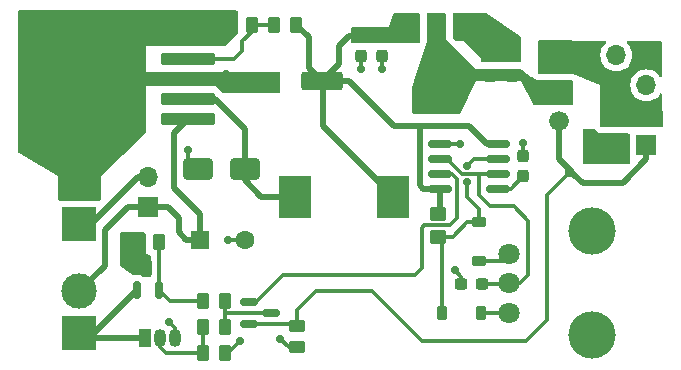
<source format=gbr>
%TF.GenerationSoftware,KiCad,Pcbnew,7.0.8*%
%TF.CreationDate,2024-04-14T20:32:09+02:00*%
%TF.ProjectId,LED_Driver,4c45445f-4472-4697-9665-722e6b696361,rev?*%
%TF.SameCoordinates,Original*%
%TF.FileFunction,Copper,L1,Top*%
%TF.FilePolarity,Positive*%
%FSLAX46Y46*%
G04 Gerber Fmt 4.6, Leading zero omitted, Abs format (unit mm)*
G04 Created by KiCad (PCBNEW 7.0.8) date 2024-04-14 20:32:09*
%MOMM*%
%LPD*%
G01*
G04 APERTURE LIST*
G04 Aperture macros list*
%AMRoundRect*
0 Rectangle with rounded corners*
0 $1 Rounding radius*
0 $2 $3 $4 $5 $6 $7 $8 $9 X,Y pos of 4 corners*
0 Add a 4 corners polygon primitive as box body*
4,1,4,$2,$3,$4,$5,$6,$7,$8,$9,$2,$3,0*
0 Add four circle primitives for the rounded corners*
1,1,$1+$1,$2,$3*
1,1,$1+$1,$4,$5*
1,1,$1+$1,$6,$7*
1,1,$1+$1,$8,$9*
0 Add four rect primitives between the rounded corners*
20,1,$1+$1,$2,$3,$4,$5,0*
20,1,$1+$1,$4,$5,$6,$7,0*
20,1,$1+$1,$6,$7,$8,$9,0*
20,1,$1+$1,$8,$9,$2,$3,0*%
G04 Aperture macros list end*
%TA.AperFunction,SMDPad,CuDef*%
%ADD10R,2.700000X3.600000*%
%TD*%
%TA.AperFunction,ComponentPad*%
%ADD11C,1.676400*%
%TD*%
%TA.AperFunction,SMDPad,CuDef*%
%ADD12RoundRect,0.250000X0.262500X0.450000X-0.262500X0.450000X-0.262500X-0.450000X0.262500X-0.450000X0*%
%TD*%
%TA.AperFunction,ComponentPad*%
%ADD13R,1.050000X1.500000*%
%TD*%
%TA.AperFunction,ComponentPad*%
%ADD14O,1.050000X1.500000*%
%TD*%
%TA.AperFunction,SMDPad,CuDef*%
%ADD15RoundRect,0.150000X0.150000X-0.587500X0.150000X0.587500X-0.150000X0.587500X-0.150000X-0.587500X0*%
%TD*%
%TA.AperFunction,SMDPad,CuDef*%
%ADD16RoundRect,0.250000X-0.450000X0.262500X-0.450000X-0.262500X0.450000X-0.262500X0.450000X0.262500X0*%
%TD*%
%TA.AperFunction,SMDPad,CuDef*%
%ADD17RoundRect,0.250000X1.500000X0.550000X-1.500000X0.550000X-1.500000X-0.550000X1.500000X-0.550000X0*%
%TD*%
%TA.AperFunction,ComponentPad*%
%ADD18R,1.600000X1.600000*%
%TD*%
%TA.AperFunction,ComponentPad*%
%ADD19C,1.600000*%
%TD*%
%TA.AperFunction,SMDPad,CuDef*%
%ADD20RoundRect,0.237500X0.237500X-0.300000X0.237500X0.300000X-0.237500X0.300000X-0.237500X-0.300000X0*%
%TD*%
%TA.AperFunction,SMDPad,CuDef*%
%ADD21RoundRect,0.237500X-0.237500X0.300000X-0.237500X-0.300000X0.237500X-0.300000X0.237500X0.300000X0*%
%TD*%
%TA.AperFunction,SMDPad,CuDef*%
%ADD22RoundRect,0.250000X-0.262500X-0.450000X0.262500X-0.450000X0.262500X0.450000X-0.262500X0.450000X0*%
%TD*%
%TA.AperFunction,ComponentPad*%
%ADD23R,1.700000X1.700000*%
%TD*%
%TA.AperFunction,ComponentPad*%
%ADD24O,1.700000X1.700000*%
%TD*%
%TA.AperFunction,ComponentPad*%
%ADD25R,3.000000X3.000000*%
%TD*%
%TA.AperFunction,ComponentPad*%
%ADD26C,3.000000*%
%TD*%
%TA.AperFunction,SMDPad,CuDef*%
%ADD27R,1.500000X2.000000*%
%TD*%
%TA.AperFunction,SMDPad,CuDef*%
%ADD28R,3.800000X2.000000*%
%TD*%
%TA.AperFunction,SMDPad,CuDef*%
%ADD29RoundRect,0.237500X0.300000X0.237500X-0.300000X0.237500X-0.300000X-0.237500X0.300000X-0.237500X0*%
%TD*%
%TA.AperFunction,SMDPad,CuDef*%
%ADD30RoundRect,0.250000X1.000000X0.650000X-1.000000X0.650000X-1.000000X-0.650000X1.000000X-0.650000X0*%
%TD*%
%TA.AperFunction,SMDPad,CuDef*%
%ADD31RoundRect,0.225000X-0.375000X0.225000X-0.375000X-0.225000X0.375000X-0.225000X0.375000X0.225000X0*%
%TD*%
%TA.AperFunction,SMDPad,CuDef*%
%ADD32RoundRect,0.150000X-0.825000X-0.150000X0.825000X-0.150000X0.825000X0.150000X-0.825000X0.150000X0*%
%TD*%
%TA.AperFunction,SMDPad,CuDef*%
%ADD33RoundRect,0.150000X-0.587500X-0.150000X0.587500X-0.150000X0.587500X0.150000X-0.587500X0.150000X0*%
%TD*%
%TA.AperFunction,SMDPad,CuDef*%
%ADD34RoundRect,0.225000X0.225000X0.375000X-0.225000X0.375000X-0.225000X-0.375000X0.225000X-0.375000X0*%
%TD*%
%TA.AperFunction,SMDPad,CuDef*%
%ADD35RoundRect,0.250000X2.050000X0.300000X-2.050000X0.300000X-2.050000X-0.300000X2.050000X-0.300000X0*%
%TD*%
%TA.AperFunction,SMDPad,CuDef*%
%ADD36RoundRect,0.250000X2.025000X2.375000X-2.025000X2.375000X-2.025000X-2.375000X2.025000X-2.375000X0*%
%TD*%
%TA.AperFunction,SMDPad,CuDef*%
%ADD37RoundRect,0.250002X4.449998X5.149998X-4.449998X5.149998X-4.449998X-5.149998X4.449998X-5.149998X0*%
%TD*%
%TA.AperFunction,SMDPad,CuDef*%
%ADD38RoundRect,0.250000X-0.450000X0.350000X-0.450000X-0.350000X0.450000X-0.350000X0.450000X0.350000X0*%
%TD*%
%TA.AperFunction,WasherPad*%
%ADD39C,4.000000*%
%TD*%
%TA.AperFunction,ComponentPad*%
%ADD40C,1.800000*%
%TD*%
%TA.AperFunction,ViaPad*%
%ADD41C,0.700000*%
%TD*%
%TA.AperFunction,Conductor*%
%ADD42C,0.500000*%
%TD*%
%TA.AperFunction,Conductor*%
%ADD43C,0.300000*%
%TD*%
G04 APERTURE END LIST*
D10*
%TO.P,L1,1*%
%TO.N,/OUT*%
X123450000Y-115800000D03*
%TO.P,L1,2*%
%TO.N,+5V*%
X131750000Y-115800000D03*
%TD*%
D11*
%TO.P,SW2,3,C*%
%TO.N,ESP-01_GPIO1*%
X145800000Y-109340000D03*
%TO.P,SW2,2,B*%
%TO.N,+3.3V*%
X145800000Y-106800000D03*
%TO.P,SW2,1,A*%
%TO.N,ESP-01_EN*%
X145800000Y-104260000D03*
%TD*%
D12*
%TO.P,R4,1*%
%TO.N,Net-(Q1-G)*%
X111912500Y-119600000D03*
%TO.P,R4,2*%
%TO.N,GND*%
X110087500Y-119600000D03*
%TD*%
D13*
%TO.P,Q2,1,C*%
%TO.N,LOAD_OUT*%
X110730000Y-127760000D03*
D14*
%TO.P,Q2,2,B*%
%TO.N,Net-(Q2-B)*%
X112000000Y-127760000D03*
%TO.P,Q2,3,E*%
%TO.N,GND*%
X113270000Y-127760000D03*
%TD*%
D12*
%TO.P,R6,1*%
%TO.N,Net-(Q3-S)*%
X117512500Y-126800000D03*
%TO.P,R6,2*%
%TO.N,Net-(Q2-B)*%
X115687500Y-126800000D03*
%TD*%
D15*
%TO.P,Q1,1,D*%
%TO.N,LOAD_OUT*%
X110050000Y-123675000D03*
%TO.P,Q1,2,G*%
%TO.N,Net-(Q1-G)*%
X111950000Y-123675000D03*
%TO.P,Q1,3,S*%
%TO.N,GND*%
X111000000Y-121800000D03*
%TD*%
D16*
%TO.P,R8,1*%
%TO.N,ESP-01_GPIO1*%
X123600000Y-126687500D03*
%TO.P,R8,2*%
%TO.N,GND*%
X123600000Y-128512500D03*
%TD*%
D17*
%TO.P,C2,1*%
%TO.N,+5V*%
X125700000Y-106000000D03*
%TO.P,C2,2*%
%TO.N,GND*%
X120300000Y-106000000D03*
%TD*%
D18*
%TO.P,C1,1*%
%TO.N,VDC*%
X115397349Y-119400000D03*
D19*
%TO.P,C1,2*%
%TO.N,GND*%
X119197349Y-119400000D03*
%TD*%
D20*
%TO.P,C4,1*%
%TO.N,Net-(U2-CV)*%
X142800000Y-114062500D03*
%TO.P,C4,2*%
%TO.N,GND*%
X142800000Y-112337500D03*
%TD*%
D12*
%TO.P,R5,1*%
%TO.N,+5V*%
X123512500Y-101200000D03*
%TO.P,R5,2*%
%TO.N,/FB*%
X121687500Y-101200000D03*
%TD*%
D21*
%TO.P,C7,1*%
%TO.N,+5V*%
X130800000Y-102137500D03*
%TO.P,C7,2*%
%TO.N,GND*%
X130800000Y-103862500D03*
%TD*%
D22*
%TO.P,R1,1*%
%TO.N,GND*%
X117975000Y-101200000D03*
%TO.P,R1,2*%
%TO.N,/FB*%
X119800000Y-101200000D03*
%TD*%
D23*
%TO.P,SW1,1,A*%
%TO.N,VDC*%
X111000000Y-116675000D03*
D24*
%TO.P,SW1,2,B*%
%TO.N,Net-(J1-Pin_1)*%
X111000000Y-114135000D03*
%TD*%
D25*
%TO.P,J1,1,Pin_1*%
%TO.N,Net-(J1-Pin_1)*%
X105200000Y-118100000D03*
D26*
%TO.P,J1,2,Pin_2*%
%TO.N,GND*%
X105200000Y-114600000D03*
%TD*%
D27*
%TO.P,U3,3,VI*%
%TO.N,+5V*%
X133100000Y-101450000D03*
D28*
%TO.P,U3,2,VO*%
%TO.N,+3.3V*%
X135400000Y-107750000D03*
D27*
X135400000Y-101450000D03*
%TO.P,U3,1,GND*%
%TO.N,GND*%
X137700000Y-101450000D03*
%TD*%
D29*
%TO.P,C5,1*%
%TO.N,Net-(U2-THR)*%
X139262500Y-123200000D03*
%TO.P,C5,2*%
%TO.N,GND*%
X137537500Y-123200000D03*
%TD*%
D30*
%TO.P,D1,1,K*%
%TO.N,/OUT*%
X119200000Y-113400000D03*
%TO.P,D1,2,A*%
%TO.N,GND*%
X115200000Y-113400000D03*
%TD*%
D31*
%TO.P,D3,1,K*%
%TO.N,Net-(D2-A)*%
X139000000Y-117950000D03*
%TO.P,D3,2,A*%
%TO.N,Net-(D3-A)*%
X139000000Y-121250000D03*
%TD*%
D23*
%TO.P,U4,1,UTXD*%
%TO.N,ESP-01_GPIO1*%
X153200000Y-111420000D03*
D24*
%TO.P,U4,2,GND*%
%TO.N,GND*%
X150660000Y-111420000D03*
%TO.P,U4,3,CH_PD*%
%TO.N,ESP-01_EN*%
X153200000Y-108880000D03*
%TO.P,U4,4,GPIO2*%
X150660000Y-108880000D03*
%TO.P,U4,5,RST*%
%TO.N,unconnected-(U4-RST-Pad5)*%
X153200000Y-106340000D03*
%TO.P,U4,6,GPIO0*%
%TO.N,ESP-01_EN*%
X150660000Y-106340000D03*
%TO.P,U4,7,VCC*%
X153200000Y-103800000D03*
%TO.P,U4,8,URXD*%
%TO.N,unconnected-(U4-URXD-Pad8)*%
X150660000Y-103800000D03*
%TD*%
D32*
%TO.P,U2,1,GND*%
%TO.N,GND*%
X135725000Y-111295000D03*
%TO.P,U2,2,TR*%
%TO.N,Net-(U2-THR)*%
X135725000Y-112565000D03*
%TO.P,U2,3,Q*%
%TO.N,PWM*%
X135725000Y-113835000D03*
%TO.P,U2,4,R*%
%TO.N,+5V*%
X135725000Y-115105000D03*
%TO.P,U2,5,CV*%
%TO.N,Net-(U2-CV)*%
X140675000Y-115105000D03*
%TO.P,U2,6,THR*%
%TO.N,Net-(U2-THR)*%
X140675000Y-113835000D03*
%TO.P,U2,7,DIS*%
%TO.N,Net-(D2-A)*%
X140675000Y-112565000D03*
%TO.P,U2,8,VCC*%
%TO.N,+5V*%
X140675000Y-111295000D03*
%TD*%
D20*
%TO.P,C8,1*%
%TO.N,+3.3V*%
X140000000Y-105525000D03*
%TO.P,C8,2*%
%TO.N,GND*%
X140000000Y-103800000D03*
%TD*%
D21*
%TO.P,C6,2*%
%TO.N,GND*%
X129000000Y-103862500D03*
%TO.P,C6,1*%
%TO.N,+5V*%
X129000000Y-102137500D03*
%TD*%
D33*
%TO.P,Q3,1,D*%
%TO.N,PWM*%
X119525000Y-124650000D03*
%TO.P,Q3,2,G*%
%TO.N,ESP-01_GPIO1*%
X119525000Y-126550000D03*
%TO.P,Q3,3,S*%
%TO.N,Net-(Q3-S)*%
X121400000Y-125600000D03*
%TD*%
D20*
%TO.P,C9,1*%
%TO.N,+3.3V*%
X141800000Y-105525000D03*
%TO.P,C9,2*%
%TO.N,GND*%
X141800000Y-103800000D03*
%TD*%
D22*
%TO.P,R7,1*%
%TO.N,Net-(Q2-B)*%
X115687500Y-129000000D03*
%TO.P,R7,2*%
%TO.N,GND*%
X117512500Y-129000000D03*
%TD*%
D34*
%TO.P,D2,1,K*%
%TO.N,Net-(D2-K)*%
X139200000Y-125600000D03*
%TO.P,D2,2,A*%
%TO.N,Net-(D2-A)*%
X135900000Y-125600000D03*
%TD*%
D26*
%TO.P,J2,2,Pin_2*%
%TO.N,VDC*%
X105200000Y-123800000D03*
D25*
%TO.P,J2,1,Pin_1*%
%TO.N,LOAD_OUT*%
X105200000Y-127300000D03*
%TD*%
D35*
%TO.P,U1,1,VIN*%
%TO.N,VDC*%
X114400000Y-109200000D03*
%TO.P,U1,2,OUT*%
%TO.N,/OUT*%
X114400000Y-107500000D03*
%TO.P,U1,3,GND*%
%TO.N,GND*%
X114400000Y-105800000D03*
D36*
X107675000Y-108575000D03*
X107675000Y-103025000D03*
D37*
X105250000Y-105800000D03*
D36*
X102825000Y-108575000D03*
X102825000Y-103025000D03*
D35*
%TO.P,U1,4,FB*%
%TO.N,/FB*%
X114400000Y-104100000D03*
%TO.P,U1,5,~{ON}/OFF*%
%TO.N,GND*%
X114400000Y-102400000D03*
%TD*%
D38*
%TO.P,R2,1*%
%TO.N,+5V*%
X135600000Y-117200000D03*
%TO.P,R2,2*%
%TO.N,Net-(D2-A)*%
X135600000Y-119200000D03*
%TD*%
D39*
%TO.P,RV1,*%
%TO.N,*%
X148600000Y-118700000D03*
X148600000Y-127500000D03*
D40*
%TO.P,RV1,1,1*%
%TO.N,Net-(D2-K)*%
X141600000Y-125600000D03*
%TO.P,RV1,2,2*%
%TO.N,Net-(U2-THR)*%
X141600000Y-123100000D03*
%TO.P,RV1,3,3*%
%TO.N,Net-(D3-A)*%
X141600000Y-120600000D03*
%TD*%
D12*
%TO.P,R3,1*%
%TO.N,Net-(Q3-S)*%
X117512500Y-124600000D03*
%TO.P,R3,2*%
%TO.N,Net-(Q1-G)*%
X115687500Y-124600000D03*
%TD*%
D41*
%TO.N,GND*%
X117600000Y-106600000D03*
X112200000Y-101000000D03*
X109200000Y-100800000D03*
X107200000Y-100800000D03*
X105200000Y-100800000D03*
X103200000Y-100800000D03*
X101200000Y-100800000D03*
X101200000Y-102800000D03*
X103200000Y-102800000D03*
X105200000Y-102800000D03*
X107200000Y-102800000D03*
X109200000Y-102800000D03*
X109200000Y-105200000D03*
X107200000Y-105200000D03*
X105200000Y-105200000D03*
X103200000Y-105200000D03*
X101200000Y-105200000D03*
X101200000Y-107600000D03*
X103200000Y-107600000D03*
X105200000Y-107600000D03*
X107200000Y-107600000D03*
X109200000Y-107600000D03*
X109200000Y-110000000D03*
X107200000Y-110000000D03*
X105200000Y-110000000D03*
X103200000Y-110000000D03*
X101200000Y-110000000D03*
X108600000Y-111800000D03*
X107600000Y-111800000D03*
X106600000Y-111800000D03*
X105600000Y-111800000D03*
X104600000Y-111800000D03*
X103600000Y-111800000D03*
X102600000Y-111800000D03*
X101600000Y-111800000D03*
X100600000Y-111800000D03*
X109000000Y-121400000D03*
X110000000Y-122000000D03*
X110000000Y-121000000D03*
X139200000Y-100600000D03*
X139200000Y-101600000D03*
X139200000Y-102600000D03*
X140200000Y-102600000D03*
X141200000Y-102600000D03*
X142200000Y-102600000D03*
X148400000Y-110400000D03*
X148400000Y-111400000D03*
X148400000Y-112400000D03*
%TO.N,Net-(D2-A)*%
X137996773Y-114534500D03*
X138000000Y-113135500D03*
%TO.N,GND*%
X137400000Y-111295000D03*
X137000000Y-122000000D03*
X117800000Y-119400000D03*
X109000000Y-119400000D03*
X109000000Y-120400000D03*
X112800000Y-126400000D03*
X118800000Y-128000000D03*
X122200000Y-127800000D03*
X114400000Y-111800000D03*
X117400000Y-102625000D03*
X117600000Y-105400000D03*
X129000000Y-105000000D03*
X130800000Y-105000000D03*
X142800000Y-111200000D03*
%TD*%
D42*
%TO.N,ESP-01_GPIO1*%
X147100000Y-113900000D02*
X146800000Y-113600000D01*
D43*
X146500000Y-113900000D02*
X147100000Y-113900000D01*
D42*
X147800000Y-114600000D02*
X147100000Y-113900000D01*
D43*
X146400000Y-114000000D02*
X146500000Y-113900000D01*
X146500000Y-113900000D02*
X146500000Y-113300000D01*
D42*
X146500000Y-113300000D02*
X145800000Y-112600000D01*
X146800000Y-113600000D02*
X146500000Y-113300000D01*
D43*
X146400000Y-114000000D02*
X146800000Y-113600000D01*
X144800000Y-115600000D02*
X146400000Y-114000000D01*
X144800000Y-126200000D02*
X144800000Y-115600000D01*
X125200000Y-123800000D02*
X130000000Y-123800000D01*
X143000000Y-128000000D02*
X144800000Y-126200000D01*
X123600000Y-125400000D02*
X125200000Y-123800000D01*
X130000000Y-123800000D02*
X134200000Y-128000000D01*
X134200000Y-128000000D02*
X143000000Y-128000000D01*
X123600000Y-126687500D02*
X123600000Y-125400000D01*
D42*
X145800000Y-112600000D02*
X145800000Y-109340000D01*
X151200000Y-114600000D02*
X147800000Y-114600000D01*
X153200000Y-111420000D02*
X153200000Y-112600000D01*
X153200000Y-112600000D02*
X151200000Y-114600000D01*
D43*
%TO.N,GND*%
X137400000Y-111295000D02*
X135725000Y-111295000D01*
%TO.N,Net-(D2-A)*%
X139000000Y-116800000D02*
X139000000Y-117950000D01*
X137996773Y-115796773D02*
X139000000Y-116800000D01*
X137996773Y-114534500D02*
X137996773Y-115796773D01*
X137996773Y-114447883D02*
X137977767Y-114428877D01*
X137996773Y-114534500D02*
X137996773Y-114447883D01*
X138000000Y-113135500D02*
X138570500Y-112565000D01*
X138570500Y-112565000D02*
X140675000Y-112565000D01*
%TO.N,Net-(U2-THR)*%
X136365000Y-112565000D02*
X135725000Y-112565000D01*
X137635000Y-113835000D02*
X136365000Y-112565000D01*
X139000000Y-113835000D02*
X137635000Y-113835000D01*
D42*
%TO.N,/OUT*%
X120600000Y-115800000D02*
X123450000Y-115800000D01*
X119200000Y-114400000D02*
X120600000Y-115800000D01*
X119200000Y-113400000D02*
X119200000Y-114400000D01*
X116700000Y-107500000D02*
X119200000Y-110000000D01*
X114400000Y-107500000D02*
X116700000Y-107500000D01*
X119200000Y-110000000D02*
X119200000Y-113400000D01*
D43*
%TO.N,GND*%
X113270000Y-126870000D02*
X113270000Y-127760000D01*
X112800000Y-126400000D02*
X113270000Y-126870000D01*
X117400000Y-102625000D02*
X117975000Y-102050000D01*
X117975000Y-102050000D02*
X117975000Y-101200000D01*
D42*
%TO.N,VDC*%
X113200000Y-110400000D02*
X114400000Y-109200000D01*
X113200000Y-115000000D02*
X113200000Y-110400000D01*
X115397349Y-117197349D02*
X113200000Y-115000000D01*
X115397349Y-119400000D02*
X115397349Y-117197349D01*
D43*
%TO.N,GND*%
X114400000Y-112600000D02*
X115200000Y-113400000D01*
X114400000Y-111800000D02*
X114400000Y-112600000D01*
D42*
%TO.N,Net-(J1-Pin_1)*%
X110165000Y-114135000D02*
X106200000Y-118100000D01*
X106200000Y-118100000D02*
X105200000Y-118100000D01*
X111000000Y-114135000D02*
X110165000Y-114135000D01*
%TO.N,VDC*%
X107400000Y-121600000D02*
X105200000Y-123800000D01*
X109325000Y-116675000D02*
X107400000Y-118600000D01*
X107400000Y-118600000D02*
X107400000Y-121600000D01*
X111000000Y-116675000D02*
X109325000Y-116675000D01*
D43*
%TO.N,GND*%
X129000000Y-105000000D02*
X129000000Y-103862500D01*
X130800000Y-105000000D02*
X130800000Y-103862500D01*
D42*
%TO.N,+5V*%
X127200000Y-103000000D02*
X128062500Y-102137500D01*
X127200000Y-104500000D02*
X127200000Y-103000000D01*
X128062500Y-102137500D02*
X129000000Y-102137500D01*
X125700000Y-106000000D02*
X127200000Y-104500000D01*
D43*
%TO.N,GND*%
X137537500Y-122537500D02*
X137000000Y-122000000D01*
X137537500Y-123200000D02*
X137537500Y-122537500D01*
X119197349Y-119400000D02*
X117800000Y-119400000D01*
X122912500Y-128512500D02*
X122200000Y-127800000D01*
X123600000Y-128512500D02*
X122912500Y-128512500D01*
X117800000Y-129000000D02*
X118800000Y-128000000D01*
X117512500Y-129000000D02*
X117800000Y-129000000D01*
X120300000Y-106000000D02*
X118800000Y-106000000D01*
X142800000Y-112337500D02*
X142800000Y-111200000D01*
%TO.N,Net-(U2-CV)*%
X141757500Y-115105000D02*
X142800000Y-114062500D01*
X140675000Y-115105000D02*
X141757500Y-115105000D01*
%TO.N,PWM*%
X120150000Y-124650000D02*
X119525000Y-124650000D01*
X122400000Y-122400000D02*
X120150000Y-124650000D01*
X133600000Y-122400000D02*
X122400000Y-122400000D01*
X134200000Y-118400000D02*
X134200000Y-121800000D01*
X134200000Y-121800000D02*
X133600000Y-122400000D01*
X134400000Y-118200000D02*
X134200000Y-118400000D01*
X137200000Y-117600000D02*
X136600000Y-118200000D01*
X137200000Y-114270000D02*
X137200000Y-117600000D01*
X136600000Y-118200000D02*
X134400000Y-118200000D01*
X136765000Y-113835000D02*
X137200000Y-114270000D01*
X135725000Y-113835000D02*
X136765000Y-113835000D01*
D42*
%TO.N,+5V*%
X134000000Y-114800000D02*
X134000000Y-109800000D01*
X134000000Y-109800000D02*
X138200000Y-109800000D01*
X133800000Y-109800000D02*
X134000000Y-109800000D01*
X135725000Y-115105000D02*
X134305000Y-115105000D01*
X134305000Y-115105000D02*
X134000000Y-114800000D01*
D43*
%TO.N,Net-(U2-THR)*%
X139000000Y-115600000D02*
X139000000Y-113835000D01*
X140675000Y-113835000D02*
X139000000Y-113835000D01*
X140000000Y-116600000D02*
X139000000Y-115600000D01*
X142000000Y-116600000D02*
X140000000Y-116600000D01*
X143200000Y-117800000D02*
X142000000Y-116600000D01*
X142500000Y-123100000D02*
X143200000Y-122400000D01*
X143200000Y-122400000D02*
X143200000Y-117800000D01*
X141600000Y-123100000D02*
X142500000Y-123100000D01*
D42*
%TO.N,VDC*%
X113600000Y-118800000D02*
X113600000Y-117602651D01*
X111000000Y-116675000D02*
X112672349Y-116675000D01*
X115397349Y-119400000D02*
X114200000Y-119400000D01*
X113600000Y-117602651D02*
X112672349Y-116675000D01*
X114200000Y-119400000D02*
X113600000Y-118800000D01*
%TO.N,+5V*%
X124600000Y-102287500D02*
X123512500Y-101200000D01*
X133012500Y-101537500D02*
X133100000Y-101450000D01*
X131750000Y-115750000D02*
X131750000Y-115800000D01*
X139695000Y-111295000D02*
X140675000Y-111295000D01*
X125700000Y-106000000D02*
X124600000Y-104900000D01*
X125800000Y-109800000D02*
X131750000Y-115750000D01*
X124600000Y-104900000D02*
X124600000Y-102287500D01*
X125700000Y-106000000D02*
X125800000Y-106100000D01*
X135725000Y-115105000D02*
X135725000Y-117075000D01*
X133800000Y-109800000D02*
X131800000Y-109800000D01*
X135725000Y-117075000D02*
X135600000Y-117200000D01*
X131800000Y-109800000D02*
X128000000Y-106000000D01*
X138200000Y-109800000D02*
X139695000Y-111295000D01*
X128000000Y-106000000D02*
X125700000Y-106000000D01*
X125800000Y-106100000D02*
X125800000Y-109800000D01*
D43*
%TO.N,/FB*%
X119000000Y-102600000D02*
X119000000Y-103400000D01*
X119800000Y-101200000D02*
X119800000Y-101800000D01*
X119800000Y-101800000D02*
X119000000Y-102600000D01*
X118300000Y-104100000D02*
X114400000Y-104100000D01*
X119000000Y-103400000D02*
X118300000Y-104100000D01*
X121687500Y-101200000D02*
X119800000Y-101200000D01*
%TO.N,Net-(U2-CV)*%
X140780000Y-115000000D02*
X140675000Y-115105000D01*
%TO.N,Net-(U2-THR)*%
X139262500Y-123200000D02*
X141500000Y-123200000D01*
X141500000Y-123200000D02*
X141600000Y-123100000D01*
X140840000Y-114000000D02*
X140675000Y-113835000D01*
%TO.N,Net-(D2-K)*%
X139200000Y-125600000D02*
X141600000Y-125600000D01*
%TO.N,Net-(D2-A)*%
X136800000Y-119200000D02*
X138050000Y-117950000D01*
X135600000Y-119200000D02*
X136800000Y-119200000D01*
X135900000Y-119500000D02*
X135600000Y-119200000D01*
X135900000Y-125600000D02*
X135900000Y-119500000D01*
X138050000Y-117950000D02*
X139000000Y-117950000D01*
%TO.N,Net-(D3-A)*%
X139000000Y-121250000D02*
X140950000Y-121250000D01*
X140950000Y-121250000D02*
X141600000Y-120600000D01*
D42*
%TO.N,LOAD_OUT*%
X105200000Y-127300000D02*
X106425000Y-127300000D01*
X110730000Y-127760000D02*
X105660000Y-127760000D01*
X106425000Y-127300000D02*
X110050000Y-123675000D01*
X105660000Y-127760000D02*
X105200000Y-127300000D01*
D43*
%TO.N,Net-(Q1-G)*%
X111950000Y-123675000D02*
X112875000Y-124600000D01*
X111950000Y-123675000D02*
X111950000Y-119637500D01*
X111950000Y-119637500D02*
X111912500Y-119600000D01*
X112875000Y-124600000D02*
X115687500Y-124600000D01*
%TO.N,ESP-01_GPIO1*%
X123462500Y-126550000D02*
X123600000Y-126687500D01*
X119525000Y-126550000D02*
X123462500Y-126550000D01*
%TO.N,Net-(Q3-S)*%
X121400000Y-125600000D02*
X117512500Y-125600000D01*
X117512500Y-125600000D02*
X117512500Y-126800000D01*
X117512500Y-124600000D02*
X117512500Y-125600000D01*
%TO.N,Net-(Q2-B)*%
X112000000Y-128506325D02*
X112000000Y-127760000D01*
X115687500Y-129000000D02*
X112493675Y-129000000D01*
X115687500Y-126800000D02*
X115687500Y-129000000D01*
X112493675Y-129000000D02*
X112000000Y-128506325D01*
%TD*%
%TA.AperFunction,Conductor*%
%TO.N,GND*%
G36*
X148826614Y-110019685D02*
G01*
X148863890Y-110056960D01*
X148929170Y-110158537D01*
X148929179Y-110158548D01*
X148974923Y-110211340D01*
X148974926Y-110211343D01*
X148974930Y-110211347D01*
X149083664Y-110305567D01*
X149083667Y-110305568D01*
X149083668Y-110305569D01*
X149169957Y-110344977D01*
X149214541Y-110365338D01*
X149259357Y-110378497D01*
X149281575Y-110385022D01*
X149281580Y-110385023D01*
X149281584Y-110385024D01*
X149424000Y-110405500D01*
X149424003Y-110405500D01*
X151676000Y-110405500D01*
X151743039Y-110425185D01*
X151788794Y-110477989D01*
X151800000Y-110529500D01*
X151800000Y-112876000D01*
X151780315Y-112943039D01*
X151727511Y-112988794D01*
X151676000Y-113000000D01*
X147924000Y-113000000D01*
X147856961Y-112980315D01*
X147811206Y-112927511D01*
X147800000Y-112876000D01*
X147800000Y-110124000D01*
X147819685Y-110056961D01*
X147872489Y-110011206D01*
X147924000Y-110000000D01*
X148759575Y-110000000D01*
X148826614Y-110019685D01*
G37*
%TD.AperFunction*%
%TD*%
%TA.AperFunction,Conductor*%
%TO.N,GND*%
G36*
X139629495Y-100219685D02*
G01*
X139631239Y-100220826D01*
X142544784Y-102163189D01*
X142589644Y-102216753D01*
X142600000Y-102266362D01*
X142600000Y-104276000D01*
X142580315Y-104343039D01*
X142527511Y-104388794D01*
X142476000Y-104400000D01*
X139324000Y-104400000D01*
X139256961Y-104380315D01*
X139211206Y-104327511D01*
X139200000Y-104276000D01*
X139200000Y-104000000D01*
X137800000Y-102600000D01*
X137166247Y-102600000D01*
X137099208Y-102580315D01*
X137078566Y-102563681D01*
X137076280Y-102561395D01*
X137009819Y-102494934D01*
X136996608Y-102482634D01*
X136969600Y-102459232D01*
X136964017Y-102454733D01*
X136945273Y-102435990D01*
X136942890Y-102433033D01*
X136940755Y-102430383D01*
X136930030Y-102418007D01*
X136917353Y-102403378D01*
X136905060Y-102390175D01*
X136836319Y-102321434D01*
X136802834Y-102260111D01*
X136800000Y-102233753D01*
X136800000Y-100324000D01*
X136819685Y-100256961D01*
X136872489Y-100211206D01*
X136924000Y-100200000D01*
X139562456Y-100200000D01*
X139629495Y-100219685D01*
G37*
%TD.AperFunction*%
%TD*%
%TA.AperFunction,Conductor*%
%TO.N,+3.3V*%
G36*
X136143039Y-100219685D02*
G01*
X136188794Y-100272489D01*
X136200000Y-100324000D01*
X136200000Y-102400000D01*
X136541240Y-102741240D01*
X136552826Y-102754610D01*
X136592454Y-102807546D01*
X136592457Y-102807548D01*
X136645388Y-102847173D01*
X136658758Y-102858758D01*
X138800000Y-105000000D01*
X142558667Y-105000000D01*
X142625706Y-105019685D01*
X142633062Y-105024796D01*
X143400000Y-105600000D01*
X143523842Y-105600000D01*
X143590881Y-105619685D01*
X143626330Y-105655134D01*
X143626518Y-105654994D01*
X143627492Y-105656295D01*
X143628156Y-105656959D01*
X143629168Y-105658533D01*
X143629179Y-105658548D01*
X143674923Y-105711340D01*
X143674926Y-105711343D01*
X143674930Y-105711347D01*
X143783664Y-105805567D01*
X143914541Y-105865338D01*
X143959357Y-105878497D01*
X143981575Y-105885022D01*
X143981580Y-105885023D01*
X143981584Y-105885024D01*
X144124000Y-105905500D01*
X146876000Y-105905500D01*
X146943039Y-105925185D01*
X146988794Y-105977989D01*
X147000000Y-106029500D01*
X147000000Y-107876000D01*
X146980315Y-107943039D01*
X146927511Y-107988794D01*
X146876000Y-108000000D01*
X145846300Y-108000000D01*
X145840897Y-107999764D01*
X145814299Y-107997437D01*
X145800001Y-107996186D01*
X145799999Y-107996186D01*
X145785700Y-107997437D01*
X145759102Y-107999764D01*
X145753700Y-108000000D01*
X143676636Y-108000000D01*
X143609597Y-107980315D01*
X143565727Y-107931454D01*
X142600001Y-106000001D01*
X142600000Y-106000000D01*
X142599999Y-106000000D01*
X138800001Y-106000000D01*
X138800000Y-106000000D01*
X138799999Y-106000000D01*
X138799998Y-106000001D01*
X137434273Y-108731454D01*
X137386686Y-108782613D01*
X137323364Y-108800000D01*
X133524000Y-108800000D01*
X133456961Y-108780315D01*
X133411206Y-108727511D01*
X133400000Y-108676000D01*
X133400000Y-106419112D01*
X133405756Y-106381772D01*
X133533267Y-105977989D01*
X134600000Y-102600000D01*
X134600000Y-100324000D01*
X134619685Y-100256961D01*
X134672489Y-100211206D01*
X134724000Y-100200000D01*
X136076000Y-100200000D01*
X136143039Y-100219685D01*
G37*
%TD.AperFunction*%
%TD*%
%TA.AperFunction,Conductor*%
%TO.N,+5V*%
G36*
X133943039Y-100219685D02*
G01*
X133988794Y-100272489D01*
X134000000Y-100324000D01*
X134000000Y-102676000D01*
X133980315Y-102743039D01*
X133927511Y-102788794D01*
X133876000Y-102800000D01*
X131600000Y-102800000D01*
X128324000Y-102800000D01*
X128256961Y-102780315D01*
X128211206Y-102727511D01*
X128200000Y-102676000D01*
X128200000Y-101524000D01*
X128219685Y-101456961D01*
X128272489Y-101411206D01*
X128324000Y-101400000D01*
X131399999Y-101400000D01*
X131400000Y-101400000D01*
X131771737Y-100284787D01*
X131811611Y-100227413D01*
X131876175Y-100200705D01*
X131889374Y-100200000D01*
X133876000Y-100200000D01*
X133943039Y-100219685D01*
G37*
%TD.AperFunction*%
%TD*%
%TA.AperFunction,Conductor*%
%TO.N,GND*%
G36*
X110743039Y-118819685D02*
G01*
X110788794Y-118872489D01*
X110800000Y-118924000D01*
X110800000Y-120600000D01*
X111214712Y-120738237D01*
X111272087Y-120778111D01*
X111298795Y-120842675D01*
X111299500Y-120855874D01*
X111299500Y-122476000D01*
X111279815Y-122543039D01*
X111227011Y-122588794D01*
X111175500Y-122600000D01*
X110683745Y-122600000D01*
X110616706Y-122580315D01*
X110607746Y-122573980D01*
X110601867Y-122569420D01*
X110460396Y-122485755D01*
X110460393Y-122485754D01*
X110302573Y-122439902D01*
X110302567Y-122439901D01*
X110265696Y-122437000D01*
X110265694Y-122437000D01*
X109834306Y-122437000D01*
X109834301Y-122437000D01*
X109823037Y-122437886D01*
X109754660Y-122423519D01*
X109741239Y-122415171D01*
X108651926Y-121637090D01*
X108608816Y-121582106D01*
X108600000Y-121536187D01*
X108600000Y-118924000D01*
X108619685Y-118856961D01*
X108672489Y-118811206D01*
X108724000Y-118800000D01*
X110676000Y-118800000D01*
X110743039Y-118819685D01*
G37*
%TD.AperFunction*%
%TD*%
%TA.AperFunction,Conductor*%
%TO.N,GND*%
G36*
X118543039Y-100020185D02*
G01*
X118588794Y-100072989D01*
X118600000Y-100124500D01*
X118600000Y-101948638D01*
X118580315Y-102015677D01*
X118563681Y-102036319D01*
X117636319Y-102963681D01*
X117574996Y-102997166D01*
X117548638Y-103000000D01*
X110800000Y-103000000D01*
X110800000Y-105200000D01*
X122076000Y-105200000D01*
X122143039Y-105219685D01*
X122188794Y-105272489D01*
X122200000Y-105324000D01*
X122200000Y-106876000D01*
X122180315Y-106943039D01*
X122127511Y-106988794D01*
X122076000Y-107000000D01*
X117451362Y-107000000D01*
X117384323Y-106980315D01*
X117363681Y-106963681D01*
X116800000Y-106400000D01*
X110800000Y-106400000D01*
X110800000Y-110346664D01*
X110780315Y-110413703D01*
X110761280Y-110436682D01*
X107000000Y-113999999D01*
X107000000Y-115999119D01*
X106980315Y-116066158D01*
X106927511Y-116111913D01*
X106858353Y-116121857D01*
X106832669Y-116115302D01*
X106807481Y-116105908D01*
X106807483Y-116105908D01*
X106747883Y-116099501D01*
X106747881Y-116099500D01*
X106747873Y-116099500D01*
X106747864Y-116099500D01*
X103652129Y-116099500D01*
X103652123Y-116099501D01*
X103592516Y-116105908D01*
X103567331Y-116115302D01*
X103497639Y-116120285D01*
X103436316Y-116086798D01*
X103402833Y-116025474D01*
X103400000Y-115999119D01*
X103400000Y-114000000D01*
X100061629Y-112036252D01*
X100013826Y-111985295D01*
X100000500Y-111929372D01*
X100000500Y-100124500D01*
X100020185Y-100057461D01*
X100072989Y-100011706D01*
X100124500Y-100000500D01*
X118476000Y-100000500D01*
X118543039Y-100020185D01*
G37*
%TD.AperFunction*%
%TD*%
%TA.AperFunction,Conductor*%
%TO.N,ESP-01_EN*%
G36*
X149697670Y-102554263D02*
G01*
X149764514Y-102574584D01*
X149809764Y-102627821D01*
X149819048Y-102697071D01*
X149789419Y-102760347D01*
X149784166Y-102765937D01*
X149621503Y-102928600D01*
X149485965Y-103122169D01*
X149485964Y-103122171D01*
X149386098Y-103336335D01*
X149386094Y-103336344D01*
X149324938Y-103564586D01*
X149324936Y-103564596D01*
X149304341Y-103799999D01*
X149304341Y-103800000D01*
X149324936Y-104035403D01*
X149324938Y-104035413D01*
X149386094Y-104263655D01*
X149386096Y-104263659D01*
X149386097Y-104263663D01*
X149485965Y-104477830D01*
X149485967Y-104477834D01*
X149594281Y-104632521D01*
X149621505Y-104671401D01*
X149788599Y-104838495D01*
X149885384Y-104906265D01*
X149982165Y-104974032D01*
X149982167Y-104974033D01*
X149982170Y-104974035D01*
X150196337Y-105073903D01*
X150424592Y-105135063D01*
X150612918Y-105151539D01*
X150659999Y-105155659D01*
X150660000Y-105155659D01*
X150660001Y-105155659D01*
X150699234Y-105152226D01*
X150895408Y-105135063D01*
X151123663Y-105073903D01*
X151337830Y-104974035D01*
X151531401Y-104838495D01*
X151698495Y-104671401D01*
X151834035Y-104477830D01*
X151933903Y-104263663D01*
X151995063Y-104035408D01*
X152015659Y-103800000D01*
X151995063Y-103564592D01*
X151933903Y-103336337D01*
X151834035Y-103122171D01*
X151698495Y-102928599D01*
X151698494Y-102928597D01*
X151554363Y-102784466D01*
X151520878Y-102723143D01*
X151525862Y-102653451D01*
X151567734Y-102597518D01*
X151633198Y-102573101D01*
X151643184Y-102572792D01*
X154378852Y-102598846D01*
X154445701Y-102619168D01*
X154490951Y-102672405D01*
X154501659Y-102721142D01*
X154539779Y-105503919D01*
X154521015Y-105571221D01*
X154468843Y-105617695D01*
X154399827Y-105628585D01*
X154335879Y-105600433D01*
X154314216Y-105576740D01*
X154238494Y-105468597D01*
X154071402Y-105301506D01*
X154071395Y-105301501D01*
X153877834Y-105165967D01*
X153877830Y-105165965D01*
X153855729Y-105155659D01*
X153663663Y-105066097D01*
X153663659Y-105066096D01*
X153663655Y-105066094D01*
X153435413Y-105004938D01*
X153435403Y-105004936D01*
X153200001Y-104984341D01*
X153199999Y-104984341D01*
X152964596Y-105004936D01*
X152964586Y-105004938D01*
X152736344Y-105066094D01*
X152736335Y-105066098D01*
X152522171Y-105165964D01*
X152522169Y-105165965D01*
X152328597Y-105301505D01*
X152161505Y-105468597D01*
X152025965Y-105662169D01*
X152025964Y-105662171D01*
X151926098Y-105876335D01*
X151926094Y-105876344D01*
X151864938Y-106104586D01*
X151864936Y-106104596D01*
X151844341Y-106339999D01*
X151844341Y-106340000D01*
X151864936Y-106575403D01*
X151864938Y-106575413D01*
X151926094Y-106803655D01*
X151926096Y-106803659D01*
X151926097Y-106803663D01*
X152025965Y-107017830D01*
X152025967Y-107017834D01*
X152049851Y-107051943D01*
X152161505Y-107211401D01*
X152328599Y-107378495D01*
X152425384Y-107446265D01*
X152522165Y-107514032D01*
X152522167Y-107514033D01*
X152522170Y-107514035D01*
X152736337Y-107613903D01*
X152964592Y-107675063D01*
X153152918Y-107691539D01*
X153199999Y-107695659D01*
X153200000Y-107695659D01*
X153200001Y-107695659D01*
X153239234Y-107692226D01*
X153435408Y-107675063D01*
X153663663Y-107613903D01*
X153877830Y-107514035D01*
X154071401Y-107378495D01*
X154238495Y-107211401D01*
X154336638Y-107071237D01*
X154391214Y-107027614D01*
X154460712Y-107020420D01*
X154523067Y-107051943D01*
X154558481Y-107112172D01*
X154562200Y-107140663D01*
X154598278Y-109774301D01*
X154579514Y-109841604D01*
X154527342Y-109888078D01*
X154474290Y-109900000D01*
X149424000Y-109900000D01*
X149356961Y-109880315D01*
X149311206Y-109827511D01*
X149300000Y-109776000D01*
X149300000Y-106300000D01*
X149299999Y-106299999D01*
X147000001Y-105400000D01*
X147000000Y-105400000D01*
X144124000Y-105400000D01*
X144056961Y-105380315D01*
X144011206Y-105327511D01*
X144000000Y-105276000D01*
X144000000Y-102625186D01*
X144019685Y-102558147D01*
X144072489Y-102512392D01*
X144125180Y-102501192D01*
X149697670Y-102554263D01*
G37*
%TD.AperFunction*%
%TD*%
M02*

</source>
